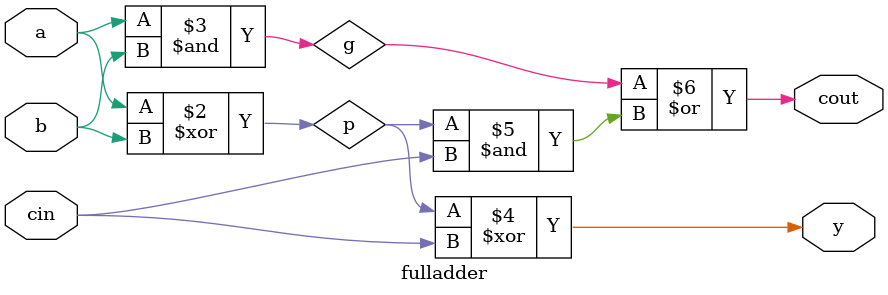
<source format=v>
/*module fulladder(input  a, b,
                 input        cin,
                 output  y,
                 output       cout );
    wire                      p, g;
    assign p = a ^ b;
    assign g = a&b;
    assign y = p ^ cin;
    assign cout = g | (p&cin);
endmodule // fulladder*/
 ///用此公式实现的仅仅是一位的全加器，要实现多位加法应串行进位 或者超前进位
module fulladder(input  a, b,
                 input  cin,
                 output reg y,
                 output reg cout );
    reg                     p, g;
    always @ (*)
      begin
          p = a ^ b;
          g = a & b;
          y = p ^ cin;
          cout = g | (p&cin);
      end
    
endmodule // fulladder
      
</source>
